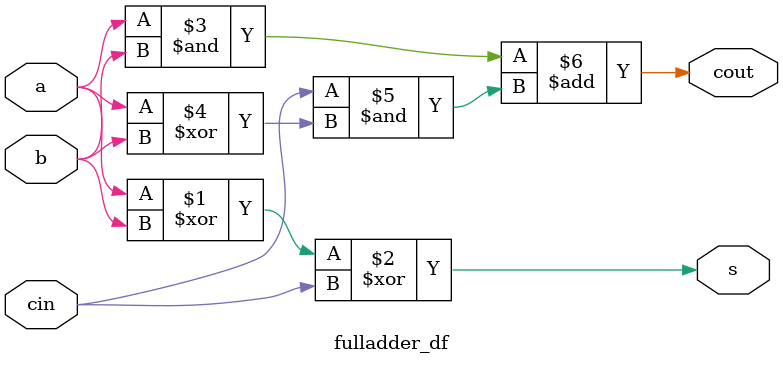
<source format=v>
`timescale 1ns / 1ps


module fulladder_df(s,cout,a,b,cin);

output s,cout;
input a,b,cin;

assign s = a^b^cin;
assign cout = (a&b)+(cin&(a^b));

endmodule

</source>
